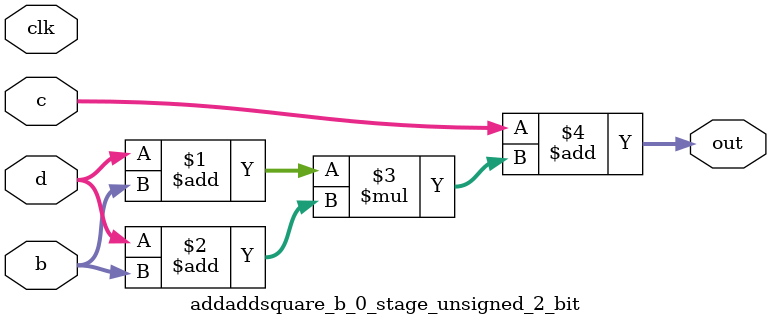
<source format=sv>
(* use_dsp = "yes" *) module addaddsquare_b_0_stage_unsigned_2_bit(
	input  [1:0] b,
	input  [1:0] c,
	input  [1:0] d,
	output [1:0] out,
	input clk);

	assign out = c + ((d + b) * (d + b));
endmodule

</source>
